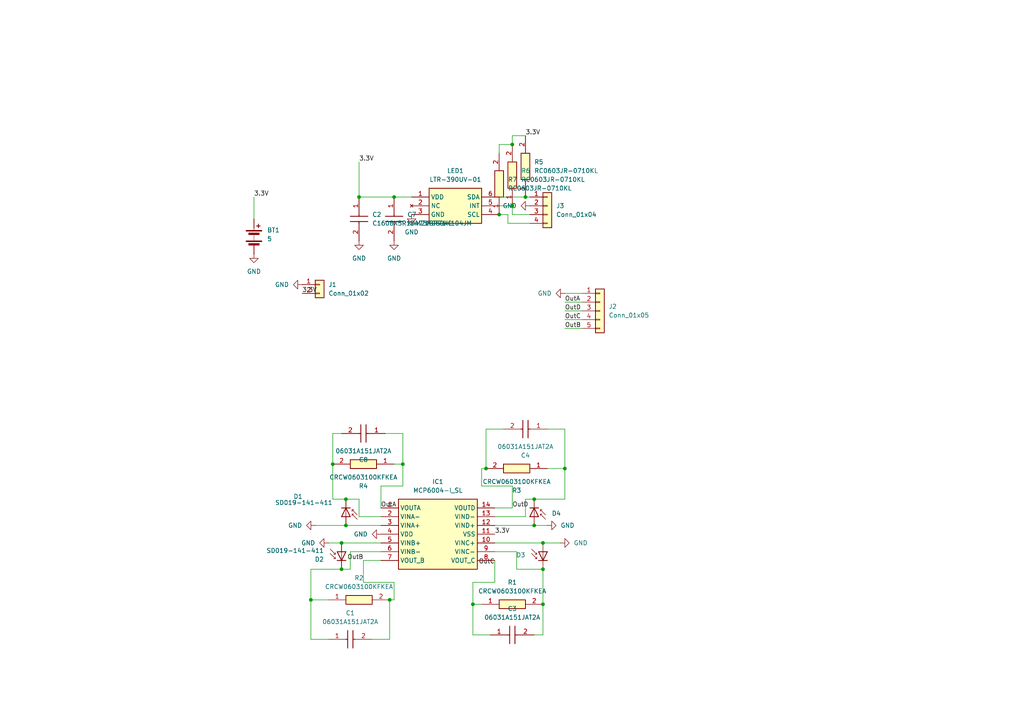
<source format=kicad_sch>
(kicad_sch (version 20250114) (generator "eeschema") (generator_version "9.0")
  (paper "A4")
  (lib_symbols
    (symbol "CUSTOM_SYMBOL:06031A151JAT2A" (pin_names (hide yes))
      (property "Reference" "C" (at 8.89 6.35 0))
      (property "Value" "06031A151JAT2A" (at 8.89 3.81 0))
      (symbol "06031A151JAT2A_1_1"
        (polyline (pts (xy 5.08 0) (xy 5.588 0)) (stroke (width 0.254)))
        (polyline (pts (xy 5.588 2.54) (xy 5.588 -2.54)) (stroke (width 0.254)))
        (polyline (pts (xy 7.112 2.54) (xy 7.112 -2.54)) (stroke (width 0.254)))
        (polyline (pts (xy 7.112 0) (xy 7.62 0)) (stroke (width 0.254)))
        (pin passive line (at 0 0 0) (length 5.08) (name "1") (number "1"))
        (pin passive line (at 12.7 0 180) (length 5.08) (name "2") (number "2"))
      )
    )
    (symbol "CUSTOM_SYMBOL:C1608X5R1E475K080AC" (pin_names (hide yes))
      (property "Reference" "C" (at 8.89 6.35 0))
      (property "Value" "C1608X5R1E475K080AC" (at 8.89 3.81 0))
      (symbol "C1608X5R1E475K080AC_1_1"
        (polyline (pts (xy 5.08 0) (xy 5.588 0)) (stroke (width 0.254)))
        (polyline (pts (xy 5.588 2.54) (xy 5.588 -2.54)) (stroke (width 0.254)))
        (polyline (pts (xy 7.112 2.54) (xy 7.112 -2.54)) (stroke (width 0.254)))
        (polyline (pts (xy 7.112 0) (xy 7.62 0)) (stroke (width 0.254)))
        (pin passive line (at 0 0 0) (length 5.08) (name "1") (number "1"))
        (pin passive line (at 12.7 0 180) (length 5.08) (name "2") (number "2"))
      )
    )
    (symbol "CUSTOM_SYMBOL:CRCW0603100KFKEA" (pin_names (hide yes))
      (property "Reference" "R" (at 13.97 6.35 0))
      (property "Value" "CRCW0603100KFKEA" (at 13.97 3.81 0))
      (symbol "CRCW0603100KFKEA_1_1"
        (rectangle (start 5.08 1.27) (end 12.7 -1.27) (stroke (width 0.254)) (fill (type background)))
        (pin passive line (at 0 0 0) (length 5.08) (name "1") (number "1"))
        (pin passive line (at 17.78 0 180) (length 5.08) (name "2") (number "2"))
      )
    )
    (symbol "CUSTOM_SYMBOL:KAM21BR71H104JM" (pin_names (hide yes))
      (property "Reference" "C" (at 8.89 6.35 0))
      (property "Value" "KAM21BR71H104JM" (at 8.89 3.81 0))
      (symbol "KAM21BR71H104JM_1_1"
        (polyline (pts (xy 5.08 0) (xy 5.588 0)) (stroke (width 0.254)))
        (polyline (pts (xy 5.588 2.54) (xy 5.588 -2.54)) (stroke (width 0.254)))
        (polyline (pts (xy 7.112 2.54) (xy 7.112 -2.54)) (stroke (width 0.254)))
        (polyline (pts (xy 7.112 0) (xy 7.62 0)) (stroke (width 0.254)))
        (pin passive line (at 0 0 0) (length 5.08) (name "1") (number "1"))
        (pin passive line (at 12.7 0 180) (length 5.08) (name "2") (number "2"))
      )
    )
    (symbol "CUSTOM_SYMBOL:LTR-390UV-01"
      (property "Reference" "LED" (at 21.59 7.62 0))
      (property "Value" "LTR-390UV-01" (at 21.59 5.08 0))
      (symbol "LTR-390UV-01_1_1"
        (rectangle (start 5.08 2.54) (end 20.32 -7.62) (stroke (width 0.254)) (fill (type background)))
        (pin passive line (at 0 0 0) (length 5.08) (name "VDD") (number "1"))
        (pin no_connect line (at 0 -2.54 0) (length 5.08) (name "NC") (number "2"))
        (pin passive line (at 0 -5.08 0) (length 5.08) (name "GND") (number "3"))
        (pin passive line (at 25.4 0 180) (length 5.08) (name "SDA") (number "6"))
        (pin passive line (at 25.4 -2.54 180) (length 5.08) (name "INT") (number "5"))
        (pin passive line (at 25.4 -5.08 180) (length 5.08) (name "SCL") (number "4"))
      )
    )
    (symbol "CUSTOM_SYMBOL:MCP6004-I_SL"
      (property "Reference" "IC" (at 29.21 7.62 0))
      (property "Value" "MCP6004-I_SL" (at 29.21 5.08 0))
      (symbol "MCP6004-I_SL_1_1"
        (rectangle (start 5.08 2.54) (end 27.94 -17.78) (stroke (width 0.254)) (fill (type background)))
        (pin passive line (at 0 0 0) (length 5.08) (name "VOUTA") (number "1"))
        (pin passive line (at 0 -2.54 0) (length 5.08) (name "VINA-") (number "2"))
        (pin passive line (at 0 -5.08 0) (length 5.08) (name "VINA+") (number "3"))
        (pin passive line (at 0 -7.62 0) (length 5.08) (name "VDD") (number "4"))
        (pin passive line (at 0 -10.16 0) (length 5.08) (name "VINB+") (number "5"))
        (pin passive line (at 0 -12.7 0) (length 5.08) (name "VINB-") (number "6"))
        (pin passive line (at 0 -15.24 0) (length 5.08) (name "VOUT_B") (number "7"))
        (pin passive line (at 33.02 0 180) (length 5.08) (name "VOUTD") (number "14"))
        (pin passive line (at 33.02 -2.54 180) (length 5.08) (name "VIND-") (number "13"))
        (pin passive line (at 33.02 -5.08 180) (length 5.08) (name "VIND+") (number "12"))
        (pin passive line (at 33.02 -7.62 180) (length 5.08) (name "VSS") (number "11"))
        (pin passive line (at 33.02 -10.16 180) (length 5.08) (name "VINC+") (number "10"))
        (pin passive line (at 33.02 -12.7 180) (length 5.08) (name "VINC-") (number "9"))
        (pin passive line (at 33.02 -15.24 180) (length 5.08) (name "VOUT_C") (number "8"))
      )
    )
    (symbol "CUSTOM_SYMBOL:RC0603JR-0710KL" (pin_names (hide yes))
      (property "Reference" "R" (at 13.97 6.35 0))
      (property "Value" "RC0603JR-0710KL" (at 13.97 3.81 0))
      (symbol "RC0603JR-0710KL_1_1"
        (rectangle (start 5.08 1.27) (end 12.7 -1.27) (stroke (width 0.254)) (fill (type background)))
        (pin passive line (at 0 0 0) (length 5.08) (name "1") (number "1"))
        (pin passive line (at 17.78 0 180) (length 5.08) (name "2") (number "2"))
      )
    )
    (symbol "CUSTOM_SYMBOL:SD019-141-411" (pin_numbers (hide yes)) (pin_names (hide yes))
      (property "Reference" "D" (at 0.508 1.778 0))
      (property "Value" "SD019-141-411" (at -1.016 -2.794 0))
      (symbol "SD019-141-411_0_1"
        (polyline (pts (xy -2.54 1.27) (xy -2.54 -1.27)) (stroke (width 0.254)))
        (polyline (pts (xy -2.032 1.778) (xy -1.524 1.778)))
        (polyline (pts (xy -0.508 3.302) (xy -2.032 1.778) (xy -2.032 2.286)))
        (polyline (pts (xy 0 0) (xy -2.54 0)))
        (polyline (pts (xy 0 -1.27) (xy 0 1.27) (xy -2.54 0) (xy 0 -1.27)) (stroke (width 0.254)))
        (polyline (pts (xy 0.762 3.302) (xy -0.762 1.778) (xy -0.762 2.286) (xy -0.762 1.778) (xy -0.254 1.778)))
      )
      (symbol "SD019-141-411_1_1"
        (pin passive line (at -5.08 0 0) (length 2.54) (name "K") (number "2"))
        (pin passive line (at 2.54 0 180) (length 2.54) (name "A") (number "1"))
      )
    )
    (symbol "CUSTOM_SYMBOL:WP7113PD1BT/BD-P22" (pin_numbers (hide yes)) (pin_names (hide yes))
      (property "Reference" "D" (at 0.508 1.778 0))
      (property "Value" "WP7113PD1BT/BD-P22" (at -1.016 -2.794 0))
      (symbol "WP7113PD1BT/BD-P22_0_1"
        (polyline (pts (xy -2.54 1.27) (xy -2.54 -1.27)) (stroke (width 0.254)))
        (polyline (pts (xy -2.032 1.778) (xy -1.524 1.778)))
        (polyline (pts (xy -0.508 3.302) (xy -2.032 1.778) (xy -2.032 2.286)))
        (polyline (pts (xy 0 0) (xy -2.54 0)))
        (polyline (pts (xy 0 -1.27) (xy 0 1.27) (xy -2.54 0) (xy 0 -1.27)) (stroke (width 0.254)))
        (polyline (pts (xy 0.762 3.302) (xy -0.762 1.778) (xy -0.762 2.286) (xy -0.762 1.778) (xy -0.254 1.778)))
      )
      (symbol "WP7113PD1BT/BD-P22_1_1"
        (pin passive line (at -5.08 0 0) (length 2.54) (name "K") (number "2"))
        (pin passive line (at 2.54 0 180) (length 2.54) (name "A") (number "1"))
      )
    )
    (symbol "Connector_Generic:Conn_01x02" (pin_names (offset 1.016) (hide yes))
      (property "Reference" "J" (at 0 2.54 0))
      (property "Value" "Conn_01x02" (at 0 -5.08 0))
      (symbol "Conn_01x02_1_1"
        (rectangle (start -1.27 1.27) (end 1.27 -3.81) (stroke (width 0.254)) (fill (type background)))
        (rectangle (start -1.27 0.127) (end 0 -0.127) (stroke (width 0.1524)))
        (rectangle (start -1.27 -2.413) (end 0 -2.667) (stroke (width 0.1524)))
        (pin passive line (at -5.08 0 0) (length 3.81) (name "Pin_1") (number "1"))
        (pin passive line (at -5.08 -2.54 0) (length 3.81) (name "Pin_2") (number "2"))
      )
    )
    (symbol "Connector_Generic:Conn_01x04" (pin_names (offset 1.016) (hide yes))
      (property "Reference" "J" (at 0 5.08 0))
      (property "Value" "Conn_01x04" (at 0 -7.62 0))
      (symbol "Conn_01x04_1_1"
        (rectangle (start -1.27 3.81) (end 1.27 -6.35) (stroke (width 0.254)) (fill (type background)))
        (rectangle (start -1.27 2.667) (end 0 2.413) (stroke (width 0.1524)))
        (rectangle (start -1.27 0.127) (end 0 -0.127) (stroke (width 0.1524)))
        (rectangle (start -1.27 -2.413) (end 0 -2.667) (stroke (width 0.1524)))
        (rectangle (start -1.27 -4.953) (end 0 -5.207) (stroke (width 0.1524)))
        (pin passive line (at -5.08 2.54 0) (length 3.81) (name "Pin_1") (number "1"))
        (pin passive line (at -5.08 0 0) (length 3.81) (name "Pin_2") (number "2"))
        (pin passive line (at -5.08 -2.54 0) (length 3.81) (name "Pin_3") (number "3"))
        (pin passive line (at -5.08 -5.08 0) (length 3.81) (name "Pin_4") (number "4"))
      )
    )
    (symbol "Connector_Generic:Conn_01x05" (pin_names (offset 1.016) (hide yes))
      (property "Reference" "J" (at 0 7.62 0))
      (property "Value" "Conn_01x05" (at 0 -7.62 0))
      (symbol "Conn_01x05_1_1"
        (rectangle (start -1.27 6.35) (end 1.27 -6.35) (stroke (width 0.254)) (fill (type background)))
        (rectangle (start -1.27 5.207) (end 0 4.953) (stroke (width 0.1524)))
        (rectangle (start -1.27 2.667) (end 0 2.413) (stroke (width 0.1524)))
        (rectangle (start -1.27 0.127) (end 0 -0.127) (stroke (width 0.1524)))
        (rectangle (start -1.27 -2.413) (end 0 -2.667) (stroke (width 0.1524)))
        (rectangle (start -1.27 -4.953) (end 0 -5.207) (stroke (width 0.1524)))
        (pin passive line (at -5.08 5.08 0) (length 3.81) (name "Pin_1") (number "1"))
        (pin passive line (at -5.08 2.54 0) (length 3.81) (name "Pin_2") (number "2"))
        (pin passive line (at -5.08 0 0) (length 3.81) (name "Pin_3") (number "3"))
        (pin passive line (at -5.08 -2.54 0) (length 3.81) (name "Pin_4") (number "4"))
        (pin passive line (at -5.08 -5.08 0) (length 3.81) (name "Pin_5") (number "5"))
      )
    )
    (symbol "Device:Battery" (pin_numbers (hide yes)) (pin_names (offset 0) (hide yes))
      (property "Reference" "BT" (at 2.54 2.54 0))
      (property "Value" "Battery" (at 2.54 0 0))
      (symbol "Battery_0_1"
        (rectangle (start -2.286 1.778) (end 2.286 1.524) (fill (type outline)))
        (rectangle (start -2.286 -1.27) (end 2.286 -1.524) (fill (type outline)))
        (rectangle (start -1.524 1.016) (end 1.524 0.508) (fill (type outline)))
        (rectangle (start -1.524 -2.032) (end 1.524 -2.54) (fill (type outline)))
        (polyline (pts (xy 0 1.778) (xy 0 2.54)))
        (polyline (pts (xy 0 0) (xy 0 0.254)))
        (polyline (pts (xy 0 -0.508) (xy 0 -0.254)))
        (polyline (pts (xy 0 -1.016) (xy 0 -0.762)))
        (polyline (pts (xy 0.762 3.048) (xy 1.778 3.048)) (stroke (width 0.254)))
        (polyline (pts (xy 1.27 3.556) (xy 1.27 2.54)) (stroke (width 0.254)))
      )
      (symbol "Battery_1_1"
        (pin passive line (at 0 5.08 270) (length 2.54) (name "+") (number "1"))
        (pin passive line (at 0 -5.08 90) (length 2.54) (name "-") (number "2"))
      )
    )
    (symbol "SD019-141-411_1" (pin_numbers (hide yes)) (pin_names (hide yes))
      (property "Reference" "D" (at 0.508 1.778 0))
      (property "Value" "SD019-141-411" (at -1.016 -2.794 0))
      (symbol "SD019-141-411_1_0_1"
        (polyline (pts (xy -2.54 1.27) (xy -2.54 -1.27)) (stroke (width 0.254)))
        (polyline (pts (xy -2.032 1.778) (xy -1.524 1.778)))
        (polyline (pts (xy -0.508 3.302) (xy -2.032 1.778) (xy -2.032 2.286)))
        (polyline (pts (xy 0 0) (xy -2.54 0)))
        (polyline (pts (xy 0 -1.27) (xy 0 1.27) (xy -2.54 0) (xy 0 -1.27)) (stroke (width 0.254)))
        (polyline (pts (xy 0.762 3.302) (xy -0.762 1.778) (xy -0.762 2.286) (xy -0.762 1.778) (xy -0.254 1.778)))
      )
      (symbol "SD019-141-411_1_1_1"
        (pin passive line (at -5.08 0 0) (length 2.54) (name "K") (number "2"))
        (pin passive line (at 2.54 0 180) (length 2.54) (name "A") (number "1"))
      )
    )
    (symbol "SD019-141-411_2" (pin_numbers (hide yes)) (pin_names (hide yes))
      (property "Reference" "D" (at 0.508 1.778 0))
      (property "Value" "SD019-141-411" (at -1.016 -2.794 0))
      (symbol "SD019-141-411_2_0_1"
        (polyline (pts (xy -2.54 1.27) (xy -2.54 -1.27)) (stroke (width 0.254)))
        (polyline (pts (xy -2.032 1.778) (xy -1.524 1.778)))
        (polyline (pts (xy -0.508 3.302) (xy -2.032 1.778) (xy -2.032 2.286)))
        (polyline (pts (xy 0 0) (xy -2.54 0)))
        (polyline (pts (xy 0 -1.27) (xy 0 1.27) (xy -2.54 0) (xy 0 -1.27)) (stroke (width 0.254)))
        (polyline (pts (xy 0.762 3.302) (xy -0.762 1.778) (xy -0.762 2.286) (xy -0.762 1.778) (xy -0.254 1.778)))
      )
      (symbol "SD019-141-411_2_1_1"
        (pin passive line (at -5.08 0 0) (length 2.54) (name "K") (number "2"))
        (pin passive line (at 2.54 0 180) (length 2.54) (name "A") (number "1"))
      )
    )
    (symbol "power:GND" (power) (pin_numbers (hide yes)) (pin_names (offset 0) (hide yes))
      (property "Value" "GND" (at 0 -3.81 0))
      (symbol "GND_0_1"
        (polyline (pts (xy 0 0) (xy 0 -1.27) (xy 1.27 -1.27) (xy 0 -2.54) (xy -1.27 -1.27) (xy 0 -1.27)))
      )
      (symbol "GND_1_1"
        (pin power_in line (at 0 0 270) (length 0) (name "~") (number "1"))
      )
    )
  )
  (junction (at 116.84 134.62))
  (junction (at 90.17 173.99))
  (junction (at 163.83 135.89))
  (junction (at 157.48 165.1))
  (junction (at 148.59 41.91))
  (junction (at 148.59 59.69))
  (junction (at 154.94 152.4))
  (junction (at 137.16 175.26))
  (junction (at 144.78 62.23))
  (junction (at 100.33 144.78))
  (junction (at 140.97 135.89))
  (junction (at 113.03 173.99))
  (junction (at 99.06 165.1))
  (junction (at 114.3 57.15))
  (junction (at 96.52 134.62))
  (junction (at 157.48 175.26))
  (junction (at 154.94 144.78))
  (junction (at 157.48 157.48))
  (junction (at 99.06 157.48))
  (junction (at 104.14 57.15))
  (junction (at 152.4 57.15))
  (junction (at 100.33 152.4))
  (wire (pts (xy 162.56 157.48) (xy 157.48 157.48)))
  (wire (pts (xy 110.49 147.32) (xy 110.49 140.97)))
  (wire (pts (xy 149.86 160.02) (xy 149.86 165.1)))
  (wire (pts (xy 148.59 140.97) (xy 139.7 140.97)))
  (wire (pts (xy 148.59 41.91) (xy 148.59 39.37)))
  (wire (pts (xy 148.59 147.32) (xy 148.59 140.97)))
  (wire (pts (xy 99.06 157.48) (xy 95.25 157.48)))
  (wire (pts (xy 154.94 144.78) (xy 163.83 144.78)))
  (wire (pts (xy 168.91 85.09) (xy 163.83 85.09)))
  (wire (pts (xy 104.14 144.78) (xy 100.33 144.78)))
  (wire (pts (xy 104.14 57.15) (xy 104.14 46.99)))
  (wire (pts (xy 100.33 152.4) (xy 110.49 152.4)))
  (wire (pts (xy 157.48 165.1) (xy 157.48 175.26)))
  (wire (pts (xy 110.49 157.48) (xy 99.06 157.48)))
  (wire (pts (xy 143.51 152.4) (xy 154.94 152.4)))
  (wire (pts (xy 73.66 63.5) (xy 73.66 57.15)))
  (wire (pts (xy 168.91 95.25) (xy 163.83 95.25)))
  (wire (pts (xy 90.17 173.99) (xy 90.17 185.42)))
  (wire (pts (xy 105.41 162.56) (xy 105.41 168.91)))
  (wire (pts (xy 110.49 162.56) (xy 105.41 162.56)))
  (wire (pts (xy 157.48 165.1) (xy 149.86 165.1)))
  (wire (pts (xy 168.91 92.71) (xy 163.83 92.71)))
  (wire (pts (xy 147.32 64.77) (xy 153.67 64.77)))
  (wire (pts (xy 154.94 152.4) (xy 158.75 152.4)))
  (wire (pts (xy 113.03 185.42) (xy 113.03 173.99)))
  (wire (pts (xy 99.06 125.73) (xy 96.52 125.73)))
  (wire (pts (xy 143.51 168.91) (xy 137.16 168.91)))
  (wire (pts (xy 147.32 62.23) (xy 147.32 64.77)))
  (wire (pts (xy 157.48 157.48) (xy 143.51 157.48)))
  (wire (pts (xy 90.17 173.99) (xy 95.25 173.99)))
  (wire (pts (xy 143.51 147.32) (xy 148.59 147.32)))
  (wire (pts (xy 137.16 184.15) (xy 142.24 184.15)))
  (wire (pts (xy 110.49 149.86) (xy 104.14 149.86)))
  (wire (pts (xy 100.33 144.78) (xy 96.52 144.78)))
  (wire (pts (xy 90.17 185.42) (xy 95.25 185.42)))
  (wire (pts (xy 168.91 90.17) (xy 163.83 90.17)))
  (wire (pts (xy 110.49 160.02) (xy 101.6 160.02)))
  (wire (pts (xy 152.4 57.15) (xy 153.67 57.15)))
  (wire (pts (xy 163.83 144.78) (xy 163.83 135.89)))
  (wire (pts (xy 143.51 162.56) (xy 143.51 168.91)))
  (wire (pts (xy 148.59 62.23) (xy 153.67 62.23)))
  (wire (pts (xy 91.44 152.4) (xy 100.33 152.4)))
  (wire (pts (xy 116.84 134.62) (xy 114.3 134.62)))
  (wire (pts (xy 137.16 175.26) (xy 137.16 184.15)))
  (wire (pts (xy 163.83 135.89) (xy 158.75 135.89)))
  (wire (pts (xy 114.3 168.91) (xy 114.3 173.99)))
  (wire (pts (xy 146.05 124.46) (xy 140.97 124.46)))
  (wire (pts (xy 96.52 125.73) (xy 96.52 134.62)))
  (wire (pts (xy 104.14 149.86) (xy 104.14 144.78)))
  (wire (pts (xy 114.3 173.99) (xy 113.03 173.99)))
  (wire (pts (xy 152.4 144.78) (xy 154.94 144.78)))
  (wire (pts (xy 144.78 41.91) (xy 148.59 41.91)))
  (wire (pts (xy 163.83 124.46) (xy 158.75 124.46)))
  (wire (pts (xy 140.97 124.46) (xy 140.97 135.89)))
  (wire (pts (xy 105.41 168.91) (xy 114.3 168.91)))
  (wire (pts (xy 144.78 59.69) (xy 148.59 59.69)))
  (wire (pts (xy 139.7 135.89) (xy 140.97 135.89)))
  (wire (pts (xy 163.83 135.89) (xy 163.83 124.46)))
  (wire (pts (xy 96.52 144.78) (xy 96.52 134.62)))
  (wire (pts (xy 116.84 134.62) (xy 116.84 125.73)))
  (wire (pts (xy 152.4 149.86) (xy 152.4 144.78)))
  (wire (pts (xy 101.6 165.1) (xy 99.06 165.1)))
  (wire (pts (xy 90.17 165.1) (xy 90.17 173.99)))
  (wire (pts (xy 157.48 184.15) (xy 157.48 175.26)))
  (wire (pts (xy 144.78 62.23) (xy 147.32 62.23)))
  (wire (pts (xy 107.95 185.42) (xy 113.03 185.42)))
  (wire (pts (xy 114.3 57.15) (xy 119.38 57.15)))
  (wire (pts (xy 104.14 57.15) (xy 114.3 57.15)))
  (wire (pts (xy 110.49 140.97) (xy 116.84 140.97)))
  (wire (pts (xy 101.6 160.02) (xy 101.6 165.1)))
  (wire (pts (xy 143.51 149.86) (xy 152.4 149.86)))
  (wire (pts (xy 116.84 125.73) (xy 111.76 125.73)))
  (wire (pts (xy 144.78 41.91) (xy 144.78 44.45)))
  (wire (pts (xy 144.78 57.15) (xy 152.4 57.15)))
  (wire (pts (xy 143.51 160.02) (xy 149.86 160.02)))
  (wire (pts (xy 99.06 165.1) (xy 90.17 165.1)))
  (wire (pts (xy 139.7 140.97) (xy 139.7 135.89)))
  (wire (pts (xy 137.16 175.26) (xy 139.7 175.26)))
  (wire (pts (xy 168.91 87.63) (xy 163.83 87.63)))
  (wire (pts (xy 148.59 39.37) (xy 152.4 39.37)))
  (wire (pts (xy 148.59 59.69) (xy 148.59 62.23)))
  (wire (pts (xy 116.84 140.97) (xy 116.84 134.62)))
  (wire (pts (xy 154.94 184.15) (xy 157.48 184.15)))
  (wire (pts (xy 137.16 168.91) (xy 137.16 175.26)))
  (label "3.3V" (at 87.63 85.09 0))
  (label "OutB" (at 163.83 95.25 0))
  (label "3.3V" (at 143.51 154.94 0))
  (label "3.3V" (at 73.66 57.15 0))
  (label "OutD" (at 148.59 147.32 0))
  (label "3.3V" (at 104.14 46.99 0))
  (label "OutC" (at 143.51 163.83 180))
  (label "OutB" (at 105.41 162.56 180))
  (label "OutD" (at 163.83 90.17 0))
  (label "OutA" (at 163.83 87.63 0))
  (label "OutA" (at 110.49 147.32 0))
  (label "3.3V" (at 152.4 39.37 0))
  (label "OutC" (at 163.83 92.71 0))
  (symbol (lib_id "CUSTOM_SYMBOL:06031A151JAT2A") (at 95.25 185.42 0) (unit 1)
    (property "Reference" "C1" (at 101.6 177.8 0))
    (property "Value" "06031A151JAT2A" (at 101.6 180.34 0))
    (property "Footprint" "CUSTOM_LIBRARY:CAPC1608X90N" (effects (hide yes)))
    (property "Datasheet" "https://componentsearchengine.com/Datasheets/1/06031A100FAT2A.pdf" (effects (hide yes)))
    (property "Description" "AVX 0603 150pF Ceramic Multilayer Capacitor, 100 V dc, +125C, C0G, NP0 Dielectric, +/-5%" (effects (hide yes)))
    (property "Height" "0.9" (effects (hide yes)))
    (property "Manufacturer_Name" "Kyocera AVX" (effects (hide yes)))
    (property "Manufacturer_Part_Number" "06031A151JAT2A" (effects (hide yes)))
  )
  (symbol (lib_id "CUSTOM_SYMBOL:CRCW0603100KFKEA") (at 114.3 134.62 180) (unit 1)
    (property "Reference" "R4" (at 105.41 140.97 0))
    (property "Value" "CRCW0603100KFKEA" (at 105.41 138.43 0))
    (property "Footprint" "CUSTOM_LIBRARY:RESC1608X50N" (effects (hide yes)))
    (property "Datasheet" "http://www.vishay.com/docs/20035/dcrcwe3.pdf" (effects (hide yes)))
    (property "Description" "CRCW0603 Resistor T/R 0.10W,1%,100K Vishay CRCW Series Thick Film Surface Mount Resistor 0603 Case 100kOhm ?1% 0.1W ?100ppm/?C" (effects (hide yes)))
    (property "Height" "0.5" (effects (hide yes)))
    (property "Manufacturer_Name" "Vishay" (effects (hide yes)))
    (property "Manufacturer_Part_Number" "CRCW0603100KFKEA" (effects (hide yes)))
  )
  (symbol (lib_id "CUSTOM_SYMBOL:RC0603JR-0710KL") (at 144.78 62.23 90) (unit 1)
    (property "Reference" "R7" (at 147.32 52.0699 90) (effects (justify right)))
    (property "Value" "RC0603JR-0710KL" (at 147.32 54.6099 90) (effects (justify right)))
    (property "Footprint" "RESC1608X55N" (effects (hide yes)))
    (property "Datasheet" "https://componentsearchengine.com/Datasheets/2/RC0603JR-0710KL.pdf" (effects (hide yes)))
    (property "Description" "Yageo 10k, 0603 (1608M) Thick Film Surface Mount Fixed Resistor +/-5% 0.1W - RC0603JR-0710KL" (effects (hide yes)))
    (property "Height" "0.55" (effects (hide yes)))
    (property "Manufacturer_Name" "YAGEO" (effects (hide yes)))
    (property "Manufacturer_Part_Number" "RC0603JR-0710KL" (effects (hide yes)))
  )
  (symbol (lib_id "CUSTOM_SYMBOL:RC0603JR-0710KL") (at 152.4 57.15 90) (unit 1)
    (property "Reference" "R5" (at 154.94 46.9899 90) (effects (justify right)))
    (property "Value" "RC0603JR-0710KL" (at 154.94 49.5299 90) (effects (justify right)))
    (property "Footprint" "RESC1608X55N" (effects (hide yes)))
    (property "Datasheet" "https://componentsearchengine.com/Datasheets/2/RC0603JR-0710KL.pdf" (effects (hide yes)))
    (property "Description" "Yageo 10k, 0603 (1608M) Thick Film Surface Mount Fixed Resistor +/-5% 0.1W - RC0603JR-0710KL" (effects (hide yes)))
    (property "Height" "0.55" (effects (hide yes)))
    (property "Manufacturer_Name" "YAGEO" (effects (hide yes)))
    (property "Manufacturer_Part_Number" "RC0603JR-0710KL" (effects (hide yes)))
  )
  (symbol (lib_name "SD019-141-411_1") (lib_id "CUSTOM_SYMBOL:SD019-141-411") (at 99.06 160.02 90) (unit 1)
    (property "Reference" "D2" (at 93.98 162.2426 90) (effects (justify left)))
    (property "Value" "SD019-141-411" (at 93.98 159.7026 90) (effects (justify left)))
    (property "Footprint" "CUSTOM_LIBRARY:SD019-141-411" (effects (hide yes)))
    (property "Description" "Photodiode" (effects (hide yes)))
  )
  (symbol (lib_id "CUSTOM_SYMBOL:06031A151JAT2A") (at 111.76 125.73 180) (unit 1)
    (property "Reference" "C8" (at 105.41 133.35 0))
    (property "Value" "06031A151JAT2A" (at 105.41 130.81 0))
    (property "Footprint" "CUSTOM_LIBRARY:CAPC1608X90N" (effects (hide yes)))
    (property "Datasheet" "https://componentsearchengine.com/Datasheets/1/06031A100FAT2A.pdf" (effects (hide yes)))
    (property "Description" "AVX 0603 150pF Ceramic Multilayer Capacitor, 100 V dc, +125C, C0G, NP0 Dielectric, +/-5%" (effects (hide yes)))
    (property "Height" "0.9" (effects (hide yes)))
    (property "Manufacturer_Name" "Kyocera AVX" (effects (hide yes)))
    (property "Manufacturer_Part_Number" "06031A151JAT2A" (effects (hide yes)))
  )
  (symbol (lib_id "power:GND") (at 104.14 69.85 0) (unit 1)
    (property "Reference" "#PWR04" (effects (hide yes)))
    (property "Value" "GND" (at 104.14 74.93 0))
    (property "Description" "Power symbol creates a global label with name \"GND\" , ground" (effects (hide yes)))
  )
  (symbol (lib_id "Connector_Generic:Conn_01x05") (at 173.99 90.17 0) (unit 1)
    (property "Reference" "J2" (at 176.53 88.8999 0) (effects (justify left)))
    (property "Value" "Conn_01x05" (at 176.53 91.4399 0) (effects (justify left)))
    (property "Footprint" "Connector_PinHeader_1.00mm:PinHeader_1x05_P1.00mm_Vertical" (effects (hide yes)))
    (property "Description" "Generic connector, single row, 01x05, script generated (kicad-library-utils/schlib/autogen/connector/)" (effects (hide yes)))
  )
  (symbol (lib_id "power:GND") (at 87.63 82.55 270) (unit 1)
    (property "Reference" "#PWR012" (effects (hide yes)))
    (property "Value" "GND" (at 83.82 82.5499 90) (effects (justify right)))
    (property "Description" "Power symbol creates a global label with name \"GND\" , ground" (effects (hide yes)))
  )
  (symbol (lib_id "Connector_Generic:Conn_01x02") (at 92.71 82.55 0) (unit 1)
    (property "Reference" "J1" (at 95.25 82.5499 0) (effects (justify left)))
    (property "Value" "Conn_01x02" (at 95.25 85.0899 0) (effects (justify left)))
    (property "Footprint" "CUSTOM_LIBRARY:SHDR4W64P0X254_1X4_1020X580X1175P" (effects (hide yes)))
    (property "Description" "Generic connector, single row, 01x02, script generated (kicad-library-utils/schlib/autogen/connector/)" (effects (hide yes)))
  )
  (symbol (lib_id "CUSTOM_SYMBOL:KAM21BR71H104JM") (at 114.3 57.15 270) (unit 1)
    (property "Reference" "C7" (at 118.11 62.2299 90) (effects (justify left)))
    (property "Value" "KAM21BR71H104JM" (at 118.11 64.7699 90) (effects (justify left)))
    (property "Footprint" "CUSTOM_LIBRARY:CAPC2012X94N" (effects (hide yes)))
    (property "Datasheet" "https://www.mouser.dk/ProductDetail/KYOCERA-AVX/KAM21BR71H104JM?qs=sGAEpiMZZMuMW9TJLBQkXqLYvz3DzaXfcS9olcxY6vM%3D" (effects (hide yes)))
    (property "Description" "Multilayer Ceramic Capacitors MLCC - SMD/SMT 50V 0.1uF X7R 0805 5% AEC-Q200" (effects (hide yes)))
    (property "Height" "0.94" (effects (hide yes)))
    (property "Mouser Part Number" "581-KAM21BR71H104JM" (effects (hide yes)))
    (property "Mouser Price/Stock" "https://www.mouser.co.uk/ProductDetail/KYOCERA-AVX/KAM21BR71H104JM?qs=Jm2GQyTW%2FbjKdz3nqUKYQg%3D%3D" (effects (hide yes)))
    (property "Manufacturer_Name" "Kyocera AVX" (effects (hide yes)))
    (property "Manufacturer_Part_Number" "KAM21BR71H104JM" (effects (hide yes)))
  )
  (symbol (lib_id "CUSTOM_SYMBOL:06031A151JAT2A") (at 142.24 184.15 0) (unit 1)
    (property "Reference" "C3" (at 148.59 176.53 0))
    (property "Value" "06031A151JAT2A" (at 148.59 179.07 0))
    (property "Footprint" "CUSTOM_LIBRARY:CAPC1608X90N" (effects (hide yes)))
    (property "Datasheet" "https://componentsearchengine.com/Datasheets/1/06031A100FAT2A.pdf" (effects (hide yes)))
    (property "Description" "AVX 0603 150pF Ceramic Multilayer Capacitor, 100 V dc, +125C, C0G, NP0 Dielectric, +/-5%" (effects (hide yes)))
    (property "Height" "0.9" (effects (hide yes)))
    (property "Manufacturer_Name" "Kyocera AVX" (effects (hide yes)))
    (property "Manufacturer_Part_Number" "06031A151JAT2A" (effects (hide yes)))
  )
  (symbol (lib_id "power:GND") (at 95.25 157.48 270) (unit 1)
    (property "Reference" "#PWR08" (effects (hide yes)))
    (property "Value" "GND" (at 91.44 157.4801 90) (effects (justify right)))
    (property "Description" "Power symbol creates a global label with name \"GND\" , ground" (effects (hide yes)))
  )
  (symbol (lib_id "CUSTOM_SYMBOL:06031A151JAT2A") (at 158.75 124.46 180) (unit 1)
    (property "Reference" "C4" (at 152.4 132.08 0))
    (property "Value" "06031A151JAT2A" (at 152.4 129.54 0))
    (property "Footprint" "CUSTOM_LIBRARY:CAPC1608X90N" (effects (hide yes)))
    (property "Datasheet" "https://componentsearchengine.com/Datasheets/1/06031A100FAT2A.pdf" (effects (hide yes)))
    (property "Description" "AVX 0603 150pF Ceramic Multilayer Capacitor, 100 V dc, +125C, C0G, NP0 Dielectric, +/-5%" (effects (hide yes)))
    (property "Height" "0.9" (effects (hide yes)))
    (property "Manufacturer_Name" "Kyocera AVX" (effects (hide yes)))
    (property "Manufacturer_Part_Number" "06031A151JAT2A" (effects (hide yes)))
  )
  (symbol (lib_id "CUSTOM_SYMBOL:CRCW0603100KFKEA") (at 158.75 135.89 180) (unit 1)
    (property "Reference" "R3" (at 149.86 142.24 0))
    (property "Value" "CRCW0603100KFKEA" (at 149.86 139.7 0))
    (property "Footprint" "CUSTOM_LIBRARY:RESC1608X50N" (effects (hide yes)))
    (property "Datasheet" "http://www.vishay.com/docs/20035/dcrcwe3.pdf" (effects (hide yes)))
    (property "Description" "CRCW0603 Resistor T/R 0.10W,1%,100K Vishay CRCW Series Thick Film Surface Mount Resistor 0603 Case 100kOhm ?1% 0.1W ?100ppm/?C" (effects (hide yes)))
    (property "Height" "0.5" (effects (hide yes)))
    (property "Manufacturer_Name" "Vishay" (effects (hide yes)))
    (property "Manufacturer_Part_Number" "CRCW0603100KFKEA" (effects (hide yes)))
  )
  (symbol (lib_id "Device:Battery") (at 73.66 68.58 0) (unit 1)
    (property "Reference" "BT1" (at 77.47 66.7384 0) (effects (justify left)))
    (property "Value" "5" (at 77.47 69.2784 0) (effects (justify left)))
    (property "Description" "Multiple-cell battery" (effects (hide yes)))
  )
  (symbol (lib_name "SD019-141-411_2") (lib_id "CUSTOM_SYMBOL:SD019-141-411") (at 157.48 160.02 90) (unit 1)
    (property "Reference" "D3" (at 152.4 160.9726 90) (effects (justify left)))
    (property "Value" "SD019-141-411" (effects (hide yes)))
    (property "Footprint" "CUSTOM_LIBRARY:SD019-141-411" (effects (hide yes)))
    (property "Description" "Photodiode" (effects (hide yes)))
  )
  (symbol (lib_id "power:GND") (at 73.66 73.66 0) (unit 1)
    (property "Reference" "#PWR02" (effects (hide yes)))
    (property "Value" "GND" (at 73.66 78.74 0))
    (property "Description" "Power symbol creates a global label with name \"GND\" , ground" (effects (hide yes)))
  )
  (symbol (lib_id "CUSTOM_SYMBOL:SD019-141-411") (at 100.33 149.86 270) (unit 1)
    (property "Reference" "D1" (at 85.09 144.018 90) (effects (justify left)))
    (property "Value" "SD019-141-411" (at 79.756 145.796 90) (effects (justify left)))
    (property "Footprint" "CUSTOM_LIBRARY:SD019-141-411" (effects (hide yes)))
    (property "Description" "Photodiode" (effects (hide yes)))
  )
  (symbol (lib_id "CUSTOM_SYMBOL:LTR-390UV-01") (at 119.38 57.15 0) (unit 1)
    (property "Reference" "LED1" (at 132.08 49.53 0))
    (property "Value" "LTR-390UV-01" (at 132.08 52.07 0))
    (property "Footprint" "CUSTOM_LIBRARY:LTR390UV01" (effects (hide yes)))
    (property "Datasheet" "https://www.arrow.com/en/products/ltr-390uv-01/lite-on-technology" (effects (hide yes)))
    (property "Description" "SENSOR OPT ULTRAVIOLET 6PINS" (effects (hide yes)))
    (property "Height" "0.9" (effects (hide yes)))
    (property "Mouser Part Number" "859-LTR390UV01" (effects (hide yes)))
    (property "Mouser Price/Stock" "https://www.mouser.co.uk/ProductDetail/LITEON/LTR-390UV-01?qs=g5ciJ0jwZaECcUd5i6p7%252Bg%3D%3D" (effects (hide yes)))
    (property "Manufacturer_Name" "Lite-On" (effects (hide yes)))
    (property "Manufacturer_Part_Number" "LTR-390UV-01" (effects (hide yes)))
  )
  (symbol (lib_id "CUSTOM_SYMBOL:C1608X5R1E475K080AC") (at 104.14 57.15 270) (unit 1)
    (property "Reference" "C2" (at 107.95 62.2299 90) (effects (justify left)))
    (property "Value" "C1608X5R1E475K080AC" (at 107.95 64.7699 90) (effects (justify left)))
    (property "Footprint" "CUSTOM_LIBRARY:CAPC1608X80N" (effects (hide yes)))
    (property "Datasheet" "https://product.tdk.com/info/en/catalog/datasheets/mlcc_commercial_midvoltage_en.pdf" (effects (hide yes)))
    (property "Description" "MULTILAYER CERAMIC CHIP CAPACITORS, 1608, Commercial grade, general (Up to 75V)" (effects (hide yes)))
    (property "Height" "0.8" (effects (hide yes)))
    (property "Manufacturer_Name" "TDK" (effects (hide yes)))
    (property "Manufacturer_Part_Number" "C1608X5R1E475K080AC" (effects (hide yes)))
  )
  (symbol (lib_id "Connector_Generic:Conn_01x04") (at 158.75 59.69 0) (unit 1)
    (property "Reference" "J3" (at 161.29 59.6899 0) (effects (justify left)))
    (property "Value" "Conn_01x04" (at 161.29 62.2299 0) (effects (justify left)))
    (property "Footprint" "Connector_PinHeader_1.00mm:PinHeader_1x04_P1.00mm_Vertical" (effects (hide yes)))
    (property "Description" "Generic connector, single row, 01x04, script generated (kicad-library-utils/schlib/autogen/connector/)" (effects (hide yes)))
  )
  (symbol (lib_id "CUSTOM_SYMBOL:MCP6004-I_SL") (at 110.49 147.32 0) (unit 1)
    (property "Reference" "IC1" (at 127 139.7 0))
    (property "Value" "MCP6004-I_SL" (at 127 142.24 0))
    (property "Footprint" "SOIC127P600X175-14N" (effects (hide yes)))
    (property "Datasheet" "https://datasheet.datasheetarchive.com/originals/distributors/Datasheets-DGA24/1612149.pdf" (effects (hide yes)))
    (property "Description" "1MHz Low Power Quad Op Amplifier" (effects (hide yes)))
    (property "Height" "1.75" (effects (hide yes)))
    (property "Manufacturer_Name" "Microchip" (effects (hide yes)))
    (property "Manufacturer_Part_Number" "MCP6004-I/SL" (effects (hide yes)))
  )
  (symbol (lib_id "CUSTOM_SYMBOL:WP7113PD1BT/BD-P22") (at 154.94 149.86 270) (unit 1)
    (property "Reference" "D4" (at 160.02 148.9074 90) (effects (justify left)))
    (property "Value" "WP7113PD1BT/BD-P22" (effects (hide yes)))
    (property "Footprint" "CUSTOM_LIBRARY:SD019-141-411" (effects (hide yes)))
    (property "Description" "Photodiode" (effects (hide yes)))
  )
  (symbol (lib_id "power:GND") (at 119.38 62.23 0) (unit 1)
    (property "Reference" "#PWR03" (effects (hide yes)))
    (property "Value" "GND" (at 119.38 67.31 0))
    (property "Description" "Power symbol creates a global label with name \"GND\" , ground" (effects (hide yes)))
  )
  (symbol (lib_id "CUSTOM_SYMBOL:CRCW0603100KFKEA") (at 95.25 173.99 0) (unit 1)
    (property "Reference" "R2" (at 104.14 167.64 0))
    (property "Value" "CRCW0603100KFKEA" (at 104.14 170.18 0))
    (property "Footprint" "CUSTOM_LIBRARY:RESC1608X50N" (effects (hide yes)))
    (property "Datasheet" "http://www.vishay.com/docs/20035/dcrcwe3.pdf" (effects (hide yes)))
    (property "Description" "CRCW0603 Resistor T/R 0.10W,1%,100K Vishay CRCW Series Thick Film Surface Mount Resistor 0603 Case 100kOhm ?1% 0.1W ?100ppm/?C" (effects (hide yes)))
    (property "Height" "0.5" (effects (hide yes)))
    (property "Manufacturer_Name" "Vishay" (effects (hide yes)))
    (property "Manufacturer_Part_Number" "CRCW0603100KFKEA" (effects (hide yes)))
  )
  (symbol (lib_id "CUSTOM_SYMBOL:RC0603JR-0710KL") (at 148.59 59.69 90) (unit 1)
    (property "Reference" "R6" (at 151.13 49.5299 90) (effects (justify right)))
    (property "Value" "RC0603JR-0710KL" (at 151.13 52.0699 90) (effects (justify right)))
    (property "Footprint" "RESC1608X55N" (effects (hide yes)))
    (property "Datasheet" "https://componentsearchengine.com/Datasheets/2/RC0603JR-0710KL.pdf" (effects (hide yes)))
    (property "Description" "Yageo 10k, 0603 (1608M) Thick Film Surface Mount Fixed Resistor +/-5% 0.1W - RC0603JR-0710KL" (effects (hide yes)))
    (property "Height" "0.55" (effects (hide yes)))
    (property "Manufacturer_Name" "YAGEO" (effects (hide yes)))
    (property "Manufacturer_Part_Number" "RC0603JR-0710KL" (effects (hide yes)))
  )
  (symbol (lib_id "power:GND") (at 153.67 59.69 270) (unit 1)
    (property "Reference" "#PWR013" (effects (hide yes)))
    (property "Value" "GND" (at 149.86 59.6899 90) (effects (justify right)))
    (property "Description" "Power symbol creates a global label with name \"GND\" , ground" (effects (hide yes)))
  )
  (symbol (lib_id "power:GND") (at 114.3 69.85 0) (unit 1)
    (property "Reference" "#PWR05" (effects (hide yes)))
    (property "Value" "GND" (at 114.3 74.93 0))
    (property "Description" "Power symbol creates a global label with name \"GND\" , ground" (effects (hide yes)))
  )
  (symbol (lib_id "CUSTOM_SYMBOL:CRCW0603100KFKEA") (at 139.7 175.26 0) (unit 1)
    (property "Reference" "R1" (at 148.59 168.91 0))
    (property "Value" "CRCW0603100KFKEA" (at 148.59 171.45 0))
    (property "Footprint" "CUSTOM_LIBRARY:RESC1608X50N" (effects (hide yes)))
    (property "Datasheet" "http://www.vishay.com/docs/20035/dcrcwe3.pdf" (effects (hide yes)))
    (property "Description" "CRCW0603 Resistor T/R 0.10W,1%,100K Vishay CRCW Series Thick Film Surface Mount Resistor 0603 Case 100kOhm ?1% 0.1W ?100ppm/?C" (effects (hide yes)))
    (property "Height" "0.5" (effects (hide yes)))
    (property "Manufacturer_Name" "Vishay" (effects (hide yes)))
    (property "Manufacturer_Part_Number" "CRCW0603100KFKEA" (effects (hide yes)))
  )
  (symbol (lib_id "power:GND") (at 91.44 152.4 270) (unit 1)
    (property "Reference" "#PWR01" (effects (hide yes)))
    (property "Value" "GND" (at 87.63 152.3999 90) (effects (justify right)))
    (property "Description" "Power symbol creates a global label with name \"GND\" , ground" (effects (hide yes)))
  )
  (symbol (lib_id "power:GND") (at 162.56 157.48 90) (unit 1)
    (property "Reference" "#PWR011" (effects (hide yes)))
    (property "Value" "GND" (at 166.37 157.4801 90) (effects (justify right)))
    (property "Description" "Power symbol creates a global label with name \"GND\" , ground" (effects (hide yes)))
  )
  (symbol (lib_id "power:GND") (at 163.83 85.09 270) (unit 1)
    (property "Reference" "#PWR07" (effects (hide yes)))
    (property "Value" "GND" (at 160.02 85.0899 90) (effects (justify right)))
    (property "Description" "Power symbol creates a global label with name \"GND\" , ground" (effects (hide yes)))
  )
  (symbol (lib_id "power:GND") (at 158.75 152.4 90) (unit 1)
    (property "Reference" "#PWR09" (effects (hide yes)))
    (property "Value" "GND" (at 162.56 152.3999 90) (effects (justify right)))
    (property "Description" "Power symbol creates a global label with name \"GND\" , ground" (effects (hide yes)))
  )
  (symbol (lib_id "power:GND") (at 110.49 154.94 270) (unit 1)
    (property "Reference" "#PWR06" (effects (hide yes)))
    (property "Value" "GND" (at 106.68 154.9399 90) (effects (justify right)))
    (property "Description" "Power symbol creates a global label with name \"GND\" , ground" (effects (hide yes)))
  )
)
</source>
